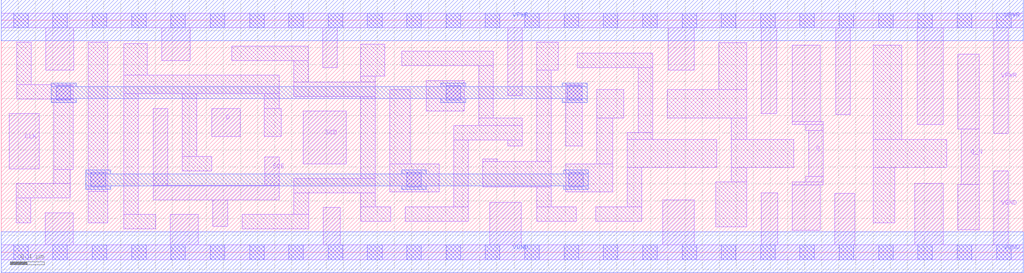
<source format=lef>
# Copyright 2020 The SkyWater PDK Authors
#
# Licensed under the Apache License, Version 2.0 (the "License");
# you may not use this file except in compliance with the License.
# You may obtain a copy of the License at
#
#     https://www.apache.org/licenses/LICENSE-2.0
#
# Unless required by applicable law or agreed to in writing, software
# distributed under the License is distributed on an "AS IS" BASIS,
# WITHOUT WARRANTIES OR CONDITIONS OF ANY KIND, either express or implied.
# See the License for the specific language governing permissions and
# limitations under the License.
#
# SPDX-License-Identifier: Apache-2.0

VERSION 5.7 ;
  NAMESCASESENSITIVE ON ;
  NOWIREEXTENSIONATPIN ON ;
  DIVIDERCHAR "/" ;
  BUSBITCHARS "[]" ;
UNITS
  DATABASE MICRONS 200 ;
END UNITS
MACRO sky130_fd_sc_hd__sdfxbp_2
  CLASS CORE ;
  SOURCE USER ;
  FOREIGN sky130_fd_sc_hd__sdfxbp_2 ;
  ORIGIN  0.000000  0.000000 ;
  SIZE  11.96000 BY  2.720000 ;
  SYMMETRY X Y R90 ;
  SITE unithd ;
  PIN D
    ANTENNAGATEAREA  0.159000 ;
    DIRECTION INPUT ;
    USE SIGNAL ;
    PORT
      LAYER li1 ;
        RECT 2.460000 1.355000 2.795000 1.685000 ;
    END
  END D
  PIN Q
    ANTENNADIFFAREA  0.445500 ;
    DIRECTION OUTPUT ;
    USE SIGNAL ;
    PORT
      LAYER li1 ;
        RECT 9.255000 0.255000 9.585000 0.790000 ;
        RECT 9.255000 0.790000 9.615000 0.825000 ;
        RECT 9.255000 1.495000 9.615000 1.530000 ;
        RECT 9.255000 1.530000 9.585000 2.430000 ;
        RECT 9.410000 0.825000 9.615000 0.890000 ;
        RECT 9.410000 1.430000 9.615000 1.495000 ;
        RECT 9.445000 0.890000 9.615000 1.430000 ;
    END
  END Q
  PIN Q_N
    ANTENNADIFFAREA  0.445500 ;
    DIRECTION OUTPUT ;
    USE SIGNAL ;
    PORT
      LAYER li1 ;
        RECT 11.190000 0.265000 11.440000 0.795000 ;
        RECT 11.190000 1.445000 11.440000 2.325000 ;
        RECT 11.235000 0.795000 11.440000 1.445000 ;
    END
  END Q_N
  PIN SCD
    ANTENNAGATEAREA  0.159000 ;
    DIRECTION INPUT ;
    USE SIGNAL ;
    PORT
      LAYER li1 ;
        RECT 3.535000 1.035000 4.035000 1.655000 ;
    END
  END SCD
  PIN SCE
    ANTENNAGATEAREA  0.318000 ;
    DIRECTION INPUT ;
    USE SIGNAL ;
    PORT
      LAYER li1 ;
        RECT 1.780000 0.615000 3.255000 0.785000 ;
        RECT 1.780000 0.785000 1.950000 1.685000 ;
        RECT 2.475000 0.305000 2.650000 0.615000 ;
        RECT 3.085000 0.785000 3.255000 1.115000 ;
    END
  END SCE
  PIN CLK
    ANTENNAGATEAREA  0.159000 ;
    DIRECTION INPUT ;
    USE CLOCK ;
    PORT
      LAYER li1 ;
        RECT 0.095000 0.975000 0.445000 1.625000 ;
    END
  END CLK
  PIN VGND
    DIRECTION INOUT ;
    SHAPE ABUTMENT ;
    USE GROUND ;
    PORT
      LAYER li1 ;
        RECT  0.000000 -0.085000 11.960000 0.085000 ;
        RECT  0.515000  0.085000  0.845000 0.465000 ;
        RECT  1.975000  0.085000  2.305000 0.445000 ;
        RECT  3.765000  0.085000  3.965000 0.525000 ;
        RECT  5.715000  0.085000  6.085000 0.585000 ;
        RECT  7.740000  0.085000  8.110000 0.615000 ;
        RECT  8.895000  0.085000  9.085000 0.695000 ;
        RECT  9.755000  0.085000  9.985000 0.690000 ;
        RECT 10.690000  0.085000 11.020000 0.805000 ;
        RECT 11.610000  0.085000 11.780000 0.955000 ;
      LAYER mcon ;
        RECT  0.145000 -0.085000  0.315000 0.085000 ;
        RECT  0.605000 -0.085000  0.775000 0.085000 ;
        RECT  1.065000 -0.085000  1.235000 0.085000 ;
        RECT  1.525000 -0.085000  1.695000 0.085000 ;
        RECT  1.985000 -0.085000  2.155000 0.085000 ;
        RECT  2.445000 -0.085000  2.615000 0.085000 ;
        RECT  2.905000 -0.085000  3.075000 0.085000 ;
        RECT  3.365000 -0.085000  3.535000 0.085000 ;
        RECT  3.825000 -0.085000  3.995000 0.085000 ;
        RECT  4.285000 -0.085000  4.455000 0.085000 ;
        RECT  4.745000 -0.085000  4.915000 0.085000 ;
        RECT  5.205000 -0.085000  5.375000 0.085000 ;
        RECT  5.665000 -0.085000  5.835000 0.085000 ;
        RECT  6.125000 -0.085000  6.295000 0.085000 ;
        RECT  6.585000 -0.085000  6.755000 0.085000 ;
        RECT  7.045000 -0.085000  7.215000 0.085000 ;
        RECT  7.505000 -0.085000  7.675000 0.085000 ;
        RECT  7.965000 -0.085000  8.135000 0.085000 ;
        RECT  8.425000 -0.085000  8.595000 0.085000 ;
        RECT  8.885000 -0.085000  9.055000 0.085000 ;
        RECT  9.345000 -0.085000  9.515000 0.085000 ;
        RECT  9.805000 -0.085000  9.975000 0.085000 ;
        RECT 10.265000 -0.085000 10.435000 0.085000 ;
        RECT 10.725000 -0.085000 10.895000 0.085000 ;
        RECT 11.185000 -0.085000 11.355000 0.085000 ;
        RECT 11.645000 -0.085000 11.815000 0.085000 ;
      LAYER met1 ;
        RECT 0.000000 -0.240000 11.960000 0.240000 ;
    END
  END VGND
  PIN VPWR
    DIRECTION INOUT ;
    SHAPE ABUTMENT ;
    USE POWER ;
    PORT
      LAYER li1 ;
        RECT  0.000000 2.635000 11.960000 2.805000 ;
        RECT  0.520000 2.135000  0.850000 2.635000 ;
        RECT  1.880000 2.245000  2.210000 2.635000 ;
        RECT  3.760000 2.165000  3.930000 2.635000 ;
        RECT  5.925000 1.835000  6.095000 2.635000 ;
        RECT  7.805000 2.135000  8.110000 2.635000 ;
        RECT  8.895000 1.625000  9.075000 2.635000 ;
        RECT  9.765000 1.615000  9.935000 2.635000 ;
        RECT 10.715000 1.495000 11.020000 2.635000 ;
        RECT 11.610000 1.395000 11.780000 2.635000 ;
      LAYER mcon ;
        RECT  0.145000 2.635000  0.315000 2.805000 ;
        RECT  0.605000 2.635000  0.775000 2.805000 ;
        RECT  1.065000 2.635000  1.235000 2.805000 ;
        RECT  1.525000 2.635000  1.695000 2.805000 ;
        RECT  1.985000 2.635000  2.155000 2.805000 ;
        RECT  2.445000 2.635000  2.615000 2.805000 ;
        RECT  2.905000 2.635000  3.075000 2.805000 ;
        RECT  3.365000 2.635000  3.535000 2.805000 ;
        RECT  3.825000 2.635000  3.995000 2.805000 ;
        RECT  4.285000 2.635000  4.455000 2.805000 ;
        RECT  4.745000 2.635000  4.915000 2.805000 ;
        RECT  5.205000 2.635000  5.375000 2.805000 ;
        RECT  5.665000 2.635000  5.835000 2.805000 ;
        RECT  6.125000 2.635000  6.295000 2.805000 ;
        RECT  6.585000 2.635000  6.755000 2.805000 ;
        RECT  7.045000 2.635000  7.215000 2.805000 ;
        RECT  7.505000 2.635000  7.675000 2.805000 ;
        RECT  7.965000 2.635000  8.135000 2.805000 ;
        RECT  8.425000 2.635000  8.595000 2.805000 ;
        RECT  8.885000 2.635000  9.055000 2.805000 ;
        RECT  9.345000 2.635000  9.515000 2.805000 ;
        RECT  9.805000 2.635000  9.975000 2.805000 ;
        RECT 10.265000 2.635000 10.435000 2.805000 ;
        RECT 10.725000 2.635000 10.895000 2.805000 ;
        RECT 11.185000 2.635000 11.355000 2.805000 ;
        RECT 11.645000 2.635000 11.815000 2.805000 ;
      LAYER met1 ;
        RECT 0.000000 2.480000 11.960000 2.960000 ;
    END
  END VPWR
  OBS
    LAYER li1 ;
      RECT  0.175000 0.345000  0.345000 0.635000 ;
      RECT  0.175000 0.635000  0.810000 0.805000 ;
      RECT  0.180000 1.795000  0.845000 1.965000 ;
      RECT  0.180000 1.965000  0.350000 2.465000 ;
      RECT  0.615000 0.805000  0.810000 0.970000 ;
      RECT  0.615000 0.970000  0.845000 1.795000 ;
      RECT  1.015000 0.345000  1.245000 0.715000 ;
      RECT  1.020000 0.715000  1.245000 2.465000 ;
      RECT  1.435000 0.275000  1.805000 0.445000 ;
      RECT  1.435000 0.445000  1.605000 1.860000 ;
      RECT  1.435000 1.860000  3.250000 2.075000 ;
      RECT  1.435000 2.075000  1.710000 2.445000 ;
      RECT  2.120000 0.955000  2.465000 1.125000 ;
      RECT  2.120000 1.125000  2.290000 1.860000 ;
      RECT  2.695000 2.245000  3.590000 2.415000 ;
      RECT  2.820000 0.275000  3.595000 0.445000 ;
      RECT  3.080000 1.355000  3.275000 1.685000 ;
      RECT  3.080000 1.685000  3.250000 1.860000 ;
      RECT  3.420000 1.825000  4.375000 1.995000 ;
      RECT  3.420000 1.995000  3.590000 2.245000 ;
      RECT  3.425000 0.445000  3.595000 0.695000 ;
      RECT  3.425000 0.695000  4.375000 0.865000 ;
      RECT  4.205000 0.365000  4.555000 0.535000 ;
      RECT  4.205000 0.535000  4.375000 0.695000 ;
      RECT  4.205000 0.865000  4.375000 1.825000 ;
      RECT  4.205000 1.995000  4.375000 2.065000 ;
      RECT  4.205000 2.065000  4.485000 2.440000 ;
      RECT  4.545000 0.705000  5.125000 1.035000 ;
      RECT  4.545000 1.035000  4.785000 1.905000 ;
      RECT  4.685000 2.190000  5.755000 2.360000 ;
      RECT  4.725000 0.365000  5.465000 0.535000 ;
      RECT  4.975000 1.655000  5.415000 2.010000 ;
      RECT  5.295000 0.535000  5.465000 1.315000 ;
      RECT  5.295000 1.315000  6.095000 1.485000 ;
      RECT  5.585000 1.485000  6.095000 1.575000 ;
      RECT  5.585000 1.575000  5.755000 2.190000 ;
      RECT  5.635000 0.765000  6.435000 1.065000 ;
      RECT  5.635000 1.065000  5.805000 1.095000 ;
      RECT  5.925000 1.245000  6.095000 1.315000 ;
      RECT  6.265000 0.365000  6.725000 0.535000 ;
      RECT  6.265000 0.535000  6.435000 0.765000 ;
      RECT  6.265000 1.065000  6.435000 2.135000 ;
      RECT  6.265000 2.135000  6.515000 2.465000 ;
      RECT  6.605000 0.705000  7.155000 1.035000 ;
      RECT  6.605000 1.245000  6.795000 1.965000 ;
      RECT  6.740000 2.165000  7.625000 2.335000 ;
      RECT  6.955000 0.365000  7.495000 0.535000 ;
      RECT  6.965000 1.035000  7.155000 1.575000 ;
      RECT  6.965000 1.575000  7.285000 1.905000 ;
      RECT  7.325000 0.535000  7.495000 0.995000 ;
      RECT  7.325000 0.995000  8.370000 1.325000 ;
      RECT  7.325000 1.325000  7.625000 1.405000 ;
      RECT  7.455000 1.405000  7.625000 2.165000 ;
      RECT  7.795000 1.575000  8.725000 1.905000 ;
      RECT  8.360000 0.300000  8.725000 0.825000 ;
      RECT  8.395000 1.905000  8.725000 2.455000 ;
      RECT  8.540000 0.825000  8.725000 0.995000 ;
      RECT  8.540000 0.995000  9.275000 1.325000 ;
      RECT  8.540000 1.325000  8.725000 1.575000 ;
      RECT 10.205000 0.345000 10.455000 0.995000 ;
      RECT 10.205000 0.995000 11.065000 1.325000 ;
      RECT 10.205000 1.325000 10.535000 2.425000 ;
    LAYER mcon ;
      RECT 0.645000 1.785000 0.815000 1.955000 ;
      RECT 1.050000 0.765000 1.220000 0.935000 ;
      RECT 4.745000 0.765000 4.915000 0.935000 ;
      RECT 5.205000 1.785000 5.375000 1.955000 ;
      RECT 6.625000 1.785000 6.795000 1.955000 ;
      RECT 6.640000 0.765000 6.810000 0.935000 ;
    LAYER met1 ;
      RECT 0.585000 1.755000 0.875000 1.800000 ;
      RECT 0.585000 1.800000 6.855000 1.940000 ;
      RECT 0.585000 1.940000 0.875000 1.985000 ;
      RECT 0.990000 0.735000 1.280000 0.780000 ;
      RECT 0.990000 0.780000 6.870000 0.920000 ;
      RECT 0.990000 0.920000 1.280000 0.965000 ;
      RECT 4.685000 0.735000 4.975000 0.780000 ;
      RECT 4.685000 0.920000 4.975000 0.965000 ;
      RECT 5.145000 1.755000 5.435000 1.800000 ;
      RECT 5.145000 1.940000 5.435000 1.985000 ;
      RECT 6.565000 1.755000 6.855000 1.800000 ;
      RECT 6.565000 1.940000 6.855000 1.985000 ;
      RECT 6.580000 0.735000 6.870000 0.780000 ;
      RECT 6.580000 0.920000 6.870000 0.965000 ;
  END
END sky130_fd_sc_hd__sdfxbp_2
END LIBRARY

</source>
